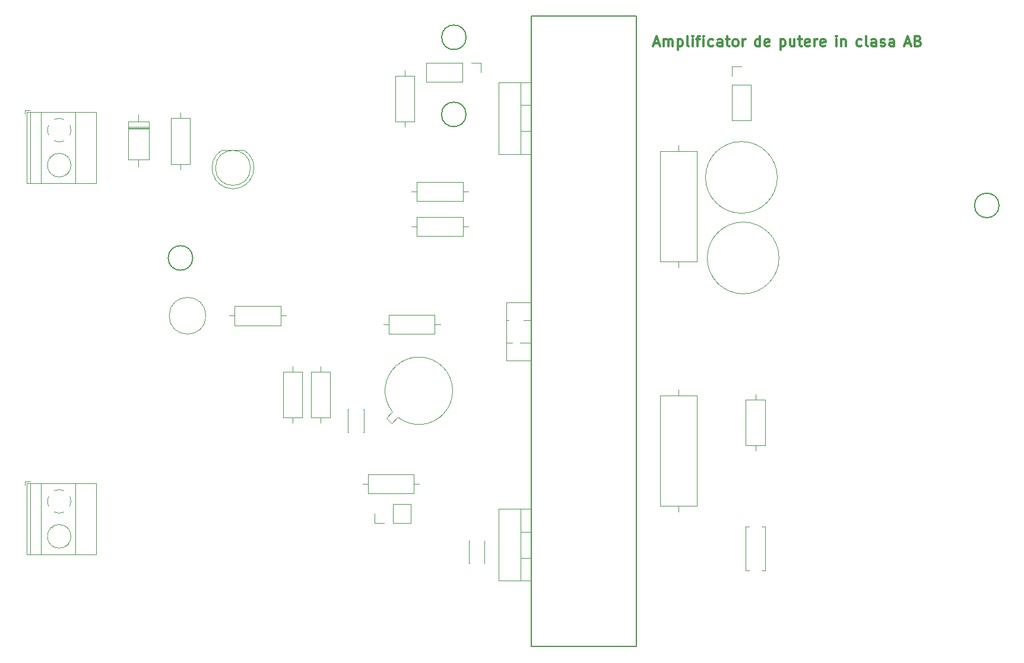
<source format=gbr>
%TF.GenerationSoftware,KiCad,Pcbnew,(7.0.0)*%
%TF.CreationDate,2023-03-04T17:30:07+02:00*%
%TF.ProjectId,amplif de putere,616d706c-6966-4206-9465-207075746572,rev?*%
%TF.SameCoordinates,Original*%
%TF.FileFunction,Legend,Top*%
%TF.FilePolarity,Positive*%
%FSLAX46Y46*%
G04 Gerber Fmt 4.6, Leading zero omitted, Abs format (unit mm)*
G04 Created by KiCad (PCBNEW (7.0.0)) date 2023-03-04 17:30:07*
%MOMM*%
%LPD*%
G01*
G04 APERTURE LIST*
%ADD10C,0.150000*%
%ADD11C,0.300000*%
%ADD12C,0.120000*%
G04 APERTURE END LIST*
D10*
X153000000Y-50000000D02*
X168000000Y-50000000D01*
X168000000Y-50000000D02*
X168000000Y-140000000D01*
X168000000Y-140000000D02*
X153000000Y-140000000D01*
X153000000Y-140000000D02*
X153000000Y-50000000D01*
D11*
X170550000Y-53872500D02*
X171264286Y-53872500D01*
X170407143Y-54301071D02*
X170907143Y-52801071D01*
X170907143Y-52801071D02*
X171407143Y-54301071D01*
X171907142Y-54301071D02*
X171907142Y-53301071D01*
X171907142Y-53443928D02*
X171978571Y-53372500D01*
X171978571Y-53372500D02*
X172121428Y-53301071D01*
X172121428Y-53301071D02*
X172335714Y-53301071D01*
X172335714Y-53301071D02*
X172478571Y-53372500D01*
X172478571Y-53372500D02*
X172550000Y-53515357D01*
X172550000Y-53515357D02*
X172550000Y-54301071D01*
X172550000Y-53515357D02*
X172621428Y-53372500D01*
X172621428Y-53372500D02*
X172764285Y-53301071D01*
X172764285Y-53301071D02*
X172978571Y-53301071D01*
X172978571Y-53301071D02*
X173121428Y-53372500D01*
X173121428Y-53372500D02*
X173192857Y-53515357D01*
X173192857Y-53515357D02*
X173192857Y-54301071D01*
X173907142Y-53301071D02*
X173907142Y-54801071D01*
X173907142Y-53372500D02*
X174050000Y-53301071D01*
X174050000Y-53301071D02*
X174335714Y-53301071D01*
X174335714Y-53301071D02*
X174478571Y-53372500D01*
X174478571Y-53372500D02*
X174550000Y-53443928D01*
X174550000Y-53443928D02*
X174621428Y-53586785D01*
X174621428Y-53586785D02*
X174621428Y-54015357D01*
X174621428Y-54015357D02*
X174550000Y-54158214D01*
X174550000Y-54158214D02*
X174478571Y-54229642D01*
X174478571Y-54229642D02*
X174335714Y-54301071D01*
X174335714Y-54301071D02*
X174050000Y-54301071D01*
X174050000Y-54301071D02*
X173907142Y-54229642D01*
X175478571Y-54301071D02*
X175335714Y-54229642D01*
X175335714Y-54229642D02*
X175264285Y-54086785D01*
X175264285Y-54086785D02*
X175264285Y-52801071D01*
X176049999Y-54301071D02*
X176049999Y-53301071D01*
X176049999Y-52801071D02*
X175978571Y-52872500D01*
X175978571Y-52872500D02*
X176049999Y-52943928D01*
X176049999Y-52943928D02*
X176121428Y-52872500D01*
X176121428Y-52872500D02*
X176049999Y-52801071D01*
X176049999Y-52801071D02*
X176049999Y-52943928D01*
X176550000Y-53301071D02*
X177121428Y-53301071D01*
X176764285Y-54301071D02*
X176764285Y-53015357D01*
X176764285Y-53015357D02*
X176835714Y-52872500D01*
X176835714Y-52872500D02*
X176978571Y-52801071D01*
X176978571Y-52801071D02*
X177121428Y-52801071D01*
X177621428Y-54301071D02*
X177621428Y-53301071D01*
X177621428Y-52801071D02*
X177550000Y-52872500D01*
X177550000Y-52872500D02*
X177621428Y-52943928D01*
X177621428Y-52943928D02*
X177692857Y-52872500D01*
X177692857Y-52872500D02*
X177621428Y-52801071D01*
X177621428Y-52801071D02*
X177621428Y-52943928D01*
X178978572Y-54229642D02*
X178835714Y-54301071D01*
X178835714Y-54301071D02*
X178550000Y-54301071D01*
X178550000Y-54301071D02*
X178407143Y-54229642D01*
X178407143Y-54229642D02*
X178335714Y-54158214D01*
X178335714Y-54158214D02*
X178264286Y-54015357D01*
X178264286Y-54015357D02*
X178264286Y-53586785D01*
X178264286Y-53586785D02*
X178335714Y-53443928D01*
X178335714Y-53443928D02*
X178407143Y-53372500D01*
X178407143Y-53372500D02*
X178550000Y-53301071D01*
X178550000Y-53301071D02*
X178835714Y-53301071D01*
X178835714Y-53301071D02*
X178978572Y-53372500D01*
X180264286Y-54301071D02*
X180264286Y-53515357D01*
X180264286Y-53515357D02*
X180192857Y-53372500D01*
X180192857Y-53372500D02*
X180050000Y-53301071D01*
X180050000Y-53301071D02*
X179764286Y-53301071D01*
X179764286Y-53301071D02*
X179621428Y-53372500D01*
X180264286Y-54229642D02*
X180121428Y-54301071D01*
X180121428Y-54301071D02*
X179764286Y-54301071D01*
X179764286Y-54301071D02*
X179621428Y-54229642D01*
X179621428Y-54229642D02*
X179550000Y-54086785D01*
X179550000Y-54086785D02*
X179550000Y-53943928D01*
X179550000Y-53943928D02*
X179621428Y-53801071D01*
X179621428Y-53801071D02*
X179764286Y-53729642D01*
X179764286Y-53729642D02*
X180121428Y-53729642D01*
X180121428Y-53729642D02*
X180264286Y-53658214D01*
X180764286Y-53301071D02*
X181335714Y-53301071D01*
X180978571Y-52801071D02*
X180978571Y-54086785D01*
X180978571Y-54086785D02*
X181050000Y-54229642D01*
X181050000Y-54229642D02*
X181192857Y-54301071D01*
X181192857Y-54301071D02*
X181335714Y-54301071D01*
X182050000Y-54301071D02*
X181907143Y-54229642D01*
X181907143Y-54229642D02*
X181835714Y-54158214D01*
X181835714Y-54158214D02*
X181764286Y-54015357D01*
X181764286Y-54015357D02*
X181764286Y-53586785D01*
X181764286Y-53586785D02*
X181835714Y-53443928D01*
X181835714Y-53443928D02*
X181907143Y-53372500D01*
X181907143Y-53372500D02*
X182050000Y-53301071D01*
X182050000Y-53301071D02*
X182264286Y-53301071D01*
X182264286Y-53301071D02*
X182407143Y-53372500D01*
X182407143Y-53372500D02*
X182478572Y-53443928D01*
X182478572Y-53443928D02*
X182550000Y-53586785D01*
X182550000Y-53586785D02*
X182550000Y-54015357D01*
X182550000Y-54015357D02*
X182478572Y-54158214D01*
X182478572Y-54158214D02*
X182407143Y-54229642D01*
X182407143Y-54229642D02*
X182264286Y-54301071D01*
X182264286Y-54301071D02*
X182050000Y-54301071D01*
X183192857Y-54301071D02*
X183192857Y-53301071D01*
X183192857Y-53586785D02*
X183264286Y-53443928D01*
X183264286Y-53443928D02*
X183335715Y-53372500D01*
X183335715Y-53372500D02*
X183478572Y-53301071D01*
X183478572Y-53301071D02*
X183621429Y-53301071D01*
X185664286Y-54301071D02*
X185664286Y-52801071D01*
X185664286Y-54229642D02*
X185521428Y-54301071D01*
X185521428Y-54301071D02*
X185235714Y-54301071D01*
X185235714Y-54301071D02*
X185092857Y-54229642D01*
X185092857Y-54229642D02*
X185021428Y-54158214D01*
X185021428Y-54158214D02*
X184950000Y-54015357D01*
X184950000Y-54015357D02*
X184950000Y-53586785D01*
X184950000Y-53586785D02*
X185021428Y-53443928D01*
X185021428Y-53443928D02*
X185092857Y-53372500D01*
X185092857Y-53372500D02*
X185235714Y-53301071D01*
X185235714Y-53301071D02*
X185521428Y-53301071D01*
X185521428Y-53301071D02*
X185664286Y-53372500D01*
X186950000Y-54229642D02*
X186807143Y-54301071D01*
X186807143Y-54301071D02*
X186521429Y-54301071D01*
X186521429Y-54301071D02*
X186378571Y-54229642D01*
X186378571Y-54229642D02*
X186307143Y-54086785D01*
X186307143Y-54086785D02*
X186307143Y-53515357D01*
X186307143Y-53515357D02*
X186378571Y-53372500D01*
X186378571Y-53372500D02*
X186521429Y-53301071D01*
X186521429Y-53301071D02*
X186807143Y-53301071D01*
X186807143Y-53301071D02*
X186950000Y-53372500D01*
X186950000Y-53372500D02*
X187021429Y-53515357D01*
X187021429Y-53515357D02*
X187021429Y-53658214D01*
X187021429Y-53658214D02*
X186307143Y-53801071D01*
X188564285Y-53301071D02*
X188564285Y-54801071D01*
X188564285Y-53372500D02*
X188707143Y-53301071D01*
X188707143Y-53301071D02*
X188992857Y-53301071D01*
X188992857Y-53301071D02*
X189135714Y-53372500D01*
X189135714Y-53372500D02*
X189207143Y-53443928D01*
X189207143Y-53443928D02*
X189278571Y-53586785D01*
X189278571Y-53586785D02*
X189278571Y-54015357D01*
X189278571Y-54015357D02*
X189207143Y-54158214D01*
X189207143Y-54158214D02*
X189135714Y-54229642D01*
X189135714Y-54229642D02*
X188992857Y-54301071D01*
X188992857Y-54301071D02*
X188707143Y-54301071D01*
X188707143Y-54301071D02*
X188564285Y-54229642D01*
X190564286Y-53301071D02*
X190564286Y-54301071D01*
X189921428Y-53301071D02*
X189921428Y-54086785D01*
X189921428Y-54086785D02*
X189992857Y-54229642D01*
X189992857Y-54229642D02*
X190135714Y-54301071D01*
X190135714Y-54301071D02*
X190350000Y-54301071D01*
X190350000Y-54301071D02*
X190492857Y-54229642D01*
X190492857Y-54229642D02*
X190564286Y-54158214D01*
X191064286Y-53301071D02*
X191635714Y-53301071D01*
X191278571Y-52801071D02*
X191278571Y-54086785D01*
X191278571Y-54086785D02*
X191350000Y-54229642D01*
X191350000Y-54229642D02*
X191492857Y-54301071D01*
X191492857Y-54301071D02*
X191635714Y-54301071D01*
X192707143Y-54229642D02*
X192564286Y-54301071D01*
X192564286Y-54301071D02*
X192278572Y-54301071D01*
X192278572Y-54301071D02*
X192135714Y-54229642D01*
X192135714Y-54229642D02*
X192064286Y-54086785D01*
X192064286Y-54086785D02*
X192064286Y-53515357D01*
X192064286Y-53515357D02*
X192135714Y-53372500D01*
X192135714Y-53372500D02*
X192278572Y-53301071D01*
X192278572Y-53301071D02*
X192564286Y-53301071D01*
X192564286Y-53301071D02*
X192707143Y-53372500D01*
X192707143Y-53372500D02*
X192778572Y-53515357D01*
X192778572Y-53515357D02*
X192778572Y-53658214D01*
X192778572Y-53658214D02*
X192064286Y-53801071D01*
X193421428Y-54301071D02*
X193421428Y-53301071D01*
X193421428Y-53586785D02*
X193492857Y-53443928D01*
X193492857Y-53443928D02*
X193564286Y-53372500D01*
X193564286Y-53372500D02*
X193707143Y-53301071D01*
X193707143Y-53301071D02*
X193850000Y-53301071D01*
X194921428Y-54229642D02*
X194778571Y-54301071D01*
X194778571Y-54301071D02*
X194492857Y-54301071D01*
X194492857Y-54301071D02*
X194349999Y-54229642D01*
X194349999Y-54229642D02*
X194278571Y-54086785D01*
X194278571Y-54086785D02*
X194278571Y-53515357D01*
X194278571Y-53515357D02*
X194349999Y-53372500D01*
X194349999Y-53372500D02*
X194492857Y-53301071D01*
X194492857Y-53301071D02*
X194778571Y-53301071D01*
X194778571Y-53301071D02*
X194921428Y-53372500D01*
X194921428Y-53372500D02*
X194992857Y-53515357D01*
X194992857Y-53515357D02*
X194992857Y-53658214D01*
X194992857Y-53658214D02*
X194278571Y-53801071D01*
X196535713Y-54301071D02*
X196535713Y-53301071D01*
X196535713Y-52801071D02*
X196464285Y-52872500D01*
X196464285Y-52872500D02*
X196535713Y-52943928D01*
X196535713Y-52943928D02*
X196607142Y-52872500D01*
X196607142Y-52872500D02*
X196535713Y-52801071D01*
X196535713Y-52801071D02*
X196535713Y-52943928D01*
X197249999Y-53301071D02*
X197249999Y-54301071D01*
X197249999Y-53443928D02*
X197321428Y-53372500D01*
X197321428Y-53372500D02*
X197464285Y-53301071D01*
X197464285Y-53301071D02*
X197678571Y-53301071D01*
X197678571Y-53301071D02*
X197821428Y-53372500D01*
X197821428Y-53372500D02*
X197892857Y-53515357D01*
X197892857Y-53515357D02*
X197892857Y-54301071D01*
X200150000Y-54229642D02*
X200007142Y-54301071D01*
X200007142Y-54301071D02*
X199721428Y-54301071D01*
X199721428Y-54301071D02*
X199578571Y-54229642D01*
X199578571Y-54229642D02*
X199507142Y-54158214D01*
X199507142Y-54158214D02*
X199435714Y-54015357D01*
X199435714Y-54015357D02*
X199435714Y-53586785D01*
X199435714Y-53586785D02*
X199507142Y-53443928D01*
X199507142Y-53443928D02*
X199578571Y-53372500D01*
X199578571Y-53372500D02*
X199721428Y-53301071D01*
X199721428Y-53301071D02*
X200007142Y-53301071D01*
X200007142Y-53301071D02*
X200150000Y-53372500D01*
X201007142Y-54301071D02*
X200864285Y-54229642D01*
X200864285Y-54229642D02*
X200792856Y-54086785D01*
X200792856Y-54086785D02*
X200792856Y-52801071D01*
X202221428Y-54301071D02*
X202221428Y-53515357D01*
X202221428Y-53515357D02*
X202149999Y-53372500D01*
X202149999Y-53372500D02*
X202007142Y-53301071D01*
X202007142Y-53301071D02*
X201721428Y-53301071D01*
X201721428Y-53301071D02*
X201578570Y-53372500D01*
X202221428Y-54229642D02*
X202078570Y-54301071D01*
X202078570Y-54301071D02*
X201721428Y-54301071D01*
X201721428Y-54301071D02*
X201578570Y-54229642D01*
X201578570Y-54229642D02*
X201507142Y-54086785D01*
X201507142Y-54086785D02*
X201507142Y-53943928D01*
X201507142Y-53943928D02*
X201578570Y-53801071D01*
X201578570Y-53801071D02*
X201721428Y-53729642D01*
X201721428Y-53729642D02*
X202078570Y-53729642D01*
X202078570Y-53729642D02*
X202221428Y-53658214D01*
X202864285Y-54229642D02*
X203007142Y-54301071D01*
X203007142Y-54301071D02*
X203292856Y-54301071D01*
X203292856Y-54301071D02*
X203435713Y-54229642D01*
X203435713Y-54229642D02*
X203507142Y-54086785D01*
X203507142Y-54086785D02*
X203507142Y-54015357D01*
X203507142Y-54015357D02*
X203435713Y-53872500D01*
X203435713Y-53872500D02*
X203292856Y-53801071D01*
X203292856Y-53801071D02*
X203078571Y-53801071D01*
X203078571Y-53801071D02*
X202935713Y-53729642D01*
X202935713Y-53729642D02*
X202864285Y-53586785D01*
X202864285Y-53586785D02*
X202864285Y-53515357D01*
X202864285Y-53515357D02*
X202935713Y-53372500D01*
X202935713Y-53372500D02*
X203078571Y-53301071D01*
X203078571Y-53301071D02*
X203292856Y-53301071D01*
X203292856Y-53301071D02*
X203435713Y-53372500D01*
X204792857Y-54301071D02*
X204792857Y-53515357D01*
X204792857Y-53515357D02*
X204721428Y-53372500D01*
X204721428Y-53372500D02*
X204578571Y-53301071D01*
X204578571Y-53301071D02*
X204292857Y-53301071D01*
X204292857Y-53301071D02*
X204149999Y-53372500D01*
X204792857Y-54229642D02*
X204649999Y-54301071D01*
X204649999Y-54301071D02*
X204292857Y-54301071D01*
X204292857Y-54301071D02*
X204149999Y-54229642D01*
X204149999Y-54229642D02*
X204078571Y-54086785D01*
X204078571Y-54086785D02*
X204078571Y-53943928D01*
X204078571Y-53943928D02*
X204149999Y-53801071D01*
X204149999Y-53801071D02*
X204292857Y-53729642D01*
X204292857Y-53729642D02*
X204649999Y-53729642D01*
X204649999Y-53729642D02*
X204792857Y-53658214D01*
X206335714Y-53872500D02*
X207050000Y-53872500D01*
X206192857Y-54301071D02*
X206692857Y-52801071D01*
X206692857Y-52801071D02*
X207192857Y-54301071D01*
X208192856Y-53515357D02*
X208407142Y-53586785D01*
X208407142Y-53586785D02*
X208478571Y-53658214D01*
X208478571Y-53658214D02*
X208549999Y-53801071D01*
X208549999Y-53801071D02*
X208549999Y-54015357D01*
X208549999Y-54015357D02*
X208478571Y-54158214D01*
X208478571Y-54158214D02*
X208407142Y-54229642D01*
X208407142Y-54229642D02*
X208264285Y-54301071D01*
X208264285Y-54301071D02*
X207692856Y-54301071D01*
X207692856Y-54301071D02*
X207692856Y-52801071D01*
X207692856Y-52801071D02*
X208192856Y-52801071D01*
X208192856Y-52801071D02*
X208335714Y-52872500D01*
X208335714Y-52872500D02*
X208407142Y-52943928D01*
X208407142Y-52943928D02*
X208478571Y-53086785D01*
X208478571Y-53086785D02*
X208478571Y-53229642D01*
X208478571Y-53229642D02*
X208407142Y-53372500D01*
X208407142Y-53372500D02*
X208335714Y-53443928D01*
X208335714Y-53443928D02*
X208192856Y-53515357D01*
X208192856Y-53515357D02*
X207692856Y-53515357D01*
D12*
%TO.C,D1*%
X112030875Y-69078925D02*
X108940875Y-69078925D01*
X108941045Y-69078925D02*
G75*
G03*
X110486337Y-74628925I1544830J-2560000D01*
G01*
X110485413Y-74628924D02*
G75*
G03*
X112030705Y-69078926I462J2989999D01*
G01*
X112985875Y-71638925D02*
G75*
G03*
X112985875Y-71638925I-2500000J0D01*
G01*
%TO.C,C3*%
X188370000Y-84500000D02*
G75*
G03*
X188370000Y-84500000I-5120000J0D01*
G01*
%TO.C,R2*%
X119000000Y-108040000D02*
X119000000Y-107270000D01*
X117630000Y-100730000D02*
X117630000Y-107270000D01*
X117630000Y-107270000D02*
X120370000Y-107270000D01*
X120370000Y-107270000D02*
X120370000Y-100730000D01*
X120370000Y-100730000D02*
X117630000Y-100730000D01*
X119000000Y-99960000D02*
X119000000Y-100730000D01*
%TO.C,R9*%
X174000000Y-120720000D02*
X174000000Y-119870000D01*
X171380000Y-104130000D02*
X171380000Y-119870000D01*
X171380000Y-119870000D02*
X176620000Y-119870000D01*
X174000000Y-103280000D02*
X174000000Y-104130000D01*
X176620000Y-104130000D02*
X171380000Y-104130000D01*
X176620000Y-119870000D02*
X176620000Y-104130000D01*
%TO.C,R8*%
X174000000Y-85880000D02*
X174000000Y-85030000D01*
X176620000Y-85030000D02*
X176620000Y-69290000D01*
X171380000Y-85030000D02*
X176620000Y-85030000D01*
X176620000Y-69290000D02*
X171380000Y-69290000D01*
X174000000Y-68440000D02*
X174000000Y-69290000D01*
X171380000Y-69290000D02*
X171380000Y-85030000D01*
%TO.C,R4*%
X140040000Y-94000000D02*
X139270000Y-94000000D01*
X132730000Y-95370000D02*
X139270000Y-95370000D01*
X139270000Y-92630000D02*
X132730000Y-92630000D01*
X139270000Y-95370000D02*
X139270000Y-92630000D01*
X132730000Y-92630000D02*
X132730000Y-95370000D01*
X131960000Y-94000000D02*
X132730000Y-94000000D01*
%TO.C,J1*%
X181670000Y-58475000D02*
X181670000Y-57145000D01*
X181670000Y-59745000D02*
X181670000Y-64885000D01*
X181670000Y-57145000D02*
X183000000Y-57145000D01*
X181670000Y-59745000D02*
X184330000Y-59745000D01*
X184330000Y-59745000D02*
X184330000Y-64885000D01*
X181670000Y-64885000D02*
X184330000Y-64885000D01*
D10*
%TO.C,TP4*%
X219750000Y-77000000D02*
G75*
G03*
X219750000Y-77000000I-1750000J0D01*
G01*
D12*
%TO.C,C1*%
X106620000Y-92750000D02*
G75*
G03*
X106620000Y-92750000I-2620000J0D01*
G01*
%TO.C,R7*%
X135000000Y-57710000D02*
X135000000Y-58480000D01*
X136370000Y-58480000D02*
X133630000Y-58480000D01*
X136370000Y-65020000D02*
X136370000Y-58480000D01*
X135000000Y-65790000D02*
X135000000Y-65020000D01*
X133630000Y-58480000D02*
X133630000Y-65020000D01*
X133630000Y-65020000D02*
X136370000Y-65020000D01*
D10*
%TO.C,TP2*%
X143750000Y-53000000D02*
G75*
G03*
X143750000Y-53000000I-1750000J0D01*
G01*
D12*
%TO.C,R1*%
X109960000Y-92750000D02*
X110730000Y-92750000D01*
X118040000Y-92750000D02*
X117270000Y-92750000D01*
X117270000Y-91380000D02*
X110730000Y-91380000D01*
X117270000Y-94120000D02*
X117270000Y-91380000D01*
X110730000Y-94120000D02*
X117270000Y-94120000D01*
X110730000Y-91380000D02*
X110730000Y-94120000D01*
%TO.C,R10*%
X103000000Y-63784485D02*
X103000000Y-64554485D01*
X101630000Y-64554485D02*
X101630000Y-71094485D01*
X103000000Y-71864485D02*
X103000000Y-71094485D01*
X104370000Y-71094485D02*
X104370000Y-64554485D01*
X101630000Y-71094485D02*
X104370000Y-71094485D01*
X104370000Y-64554485D02*
X101630000Y-64554485D01*
%TO.C,Q3*%
X151490000Y-120340000D02*
X151490000Y-130580000D01*
X153000000Y-130580000D02*
X148359000Y-130580000D01*
X153000000Y-120340000D02*
X153000000Y-130580000D01*
X153000000Y-127311000D02*
X151490000Y-127311000D01*
X148359000Y-120340000D02*
X148359000Y-130580000D01*
X153000000Y-120340000D02*
X148359000Y-120340000D01*
X153000000Y-123610000D02*
X151490000Y-123610000D01*
%TO.C,J5*%
X87996000Y-116690000D02*
X87996000Y-126810000D01*
X90956000Y-116690000D02*
X90956000Y-126810000D01*
X80795000Y-116450000D02*
X80795000Y-116950000D01*
X90956000Y-116690000D02*
X81035000Y-116690000D01*
X86764000Y-125525000D02*
X86718000Y-125478000D01*
X83095000Y-116690000D02*
X83095000Y-126810000D01*
X81535000Y-116450000D02*
X80795000Y-116450000D01*
X84672000Y-123023000D02*
X84626000Y-122976000D01*
X86970000Y-125320000D02*
X86934000Y-125285000D01*
X81595000Y-116690000D02*
X81595000Y-126810000D01*
X81035000Y-116690000D02*
X81035000Y-126810000D01*
X84456000Y-123216000D02*
X84421000Y-123181000D01*
X90956000Y-126810000D02*
X81035000Y-126810000D01*
X87229999Y-119933999D02*
G75*
G03*
X87230426Y-118566958I-1534992J684000D01*
G01*
X86378999Y-117715001D02*
G75*
G03*
X85011958Y-117714574I-684000J-1534992D01*
G01*
X85011000Y-120785000D02*
G75*
G03*
X86378042Y-120785426I684000J1535000D01*
G01*
X84015001Y-119250000D02*
G75*
G03*
X84160245Y-119933318I1679999J0D01*
G01*
X84160001Y-118566000D02*
G75*
G03*
X84014748Y-119278805I1535000J-683999D01*
G01*
X87375000Y-124250000D02*
G75*
G03*
X87375000Y-124250000I-1680000J0D01*
G01*
%TO.C,Rcmp2*%
X185000000Y-112040000D02*
X185000000Y-111270000D01*
X186370000Y-111270000D02*
X186370000Y-104730000D01*
X186370000Y-104730000D02*
X183630000Y-104730000D01*
X183630000Y-111270000D02*
X186370000Y-111270000D01*
X183630000Y-104730000D02*
X183630000Y-111270000D01*
X185000000Y-103960000D02*
X185000000Y-104730000D01*
D10*
%TO.C,TP1*%
X104750000Y-84500000D02*
G75*
G03*
X104750000Y-84500000I-1750000J0D01*
G01*
D12*
%TO.C,C2*%
X188120000Y-73000000D02*
G75*
G03*
X188120000Y-73000000I-5120000J0D01*
G01*
%TO.C,D2*%
X95530000Y-65030000D02*
X95530000Y-70470000D01*
X95530000Y-70470000D02*
X98470000Y-70470000D01*
X98470000Y-65810000D02*
X95530000Y-65810000D01*
X97000000Y-71490000D02*
X97000000Y-70470000D01*
X98470000Y-65930000D02*
X95530000Y-65930000D01*
X98470000Y-70470000D02*
X98470000Y-65030000D01*
X98470000Y-66050000D02*
X95530000Y-66050000D01*
X98470000Y-65030000D02*
X95530000Y-65030000D01*
X97000000Y-64010000D02*
X97000000Y-65030000D01*
%TO.C,R5*%
X143270000Y-81370000D02*
X143270000Y-78630000D01*
X144040000Y-80000000D02*
X143270000Y-80000000D01*
X136730000Y-81370000D02*
X143270000Y-81370000D01*
X143270000Y-78630000D02*
X136730000Y-78630000D01*
X135960000Y-80000000D02*
X136730000Y-80000000D01*
X136730000Y-78630000D02*
X136730000Y-81370000D01*
%TO.C,Ccmp2*%
X144130000Y-128120000D02*
X144195000Y-128120000D01*
X146370000Y-128120000D02*
X146370000Y-124880000D01*
X144130000Y-128120000D02*
X144130000Y-124880000D01*
X146305000Y-124880000D02*
X146370000Y-124880000D01*
X146305000Y-128120000D02*
X146370000Y-128120000D01*
X144130000Y-124880000D02*
X144195000Y-124880000D01*
%TO.C,R6*%
X143270000Y-73630000D02*
X136730000Y-73630000D01*
X136730000Y-76370000D02*
X143270000Y-76370000D01*
X144040000Y-75000000D02*
X143270000Y-75000000D01*
X135960000Y-75000000D02*
X136730000Y-75000000D01*
X143270000Y-76370000D02*
X143270000Y-73630000D01*
X136730000Y-73630000D02*
X136730000Y-76370000D01*
%TO.C,Q4*%
X153000000Y-93400000D02*
X151930000Y-93400000D01*
X153000000Y-90880000D02*
X149510000Y-90880000D01*
X153000000Y-99120000D02*
X149510000Y-99120000D01*
X149830000Y-93400000D02*
X149510000Y-93400000D01*
X150340000Y-96601000D02*
X149510000Y-96601000D01*
X153000000Y-90880000D02*
X153000000Y-99120000D01*
X149510000Y-90880000D02*
X149510000Y-99120000D01*
X153000000Y-96601000D02*
X151420000Y-96601000D01*
%TO.C,R3*%
X121630000Y-107270000D02*
X124370000Y-107270000D01*
X124370000Y-107270000D02*
X124370000Y-100730000D01*
X121630000Y-100730000D02*
X121630000Y-107270000D01*
X123000000Y-108040000D02*
X123000000Y-107270000D01*
X123000000Y-99960000D02*
X123000000Y-100730000D01*
X124370000Y-100730000D02*
X121630000Y-100730000D01*
%TO.C,J3*%
X130670000Y-122330000D02*
X130670000Y-121000000D01*
X133270000Y-122330000D02*
X135870000Y-122330000D01*
X133270000Y-122330000D02*
X133270000Y-119670000D01*
X135870000Y-122330000D02*
X135870000Y-119670000D01*
X132000000Y-122330000D02*
X130670000Y-122330000D01*
X133270000Y-119670000D02*
X135870000Y-119670000D01*
%TO.C,Ccmp3*%
X185925000Y-129120000D02*
X186370000Y-129120000D01*
X183630000Y-129120000D02*
X184075000Y-129120000D01*
X183630000Y-129120000D02*
X183630000Y-122880000D01*
X186370000Y-129120000D02*
X186370000Y-122880000D01*
X183630000Y-122880000D02*
X184075000Y-122880000D01*
X185925000Y-122880000D02*
X186370000Y-122880000D01*
%TO.C,J4*%
X84456000Y-70216000D02*
X84421000Y-70181000D01*
X90956000Y-63690000D02*
X90956000Y-73810000D01*
X81595000Y-63690000D02*
X81595000Y-73810000D01*
X83095000Y-63690000D02*
X83095000Y-73810000D01*
X80795000Y-63450000D02*
X80795000Y-63950000D01*
X90956000Y-73810000D02*
X81035000Y-73810000D01*
X84672000Y-70023000D02*
X84626000Y-69976000D01*
X90956000Y-63690000D02*
X81035000Y-63690000D01*
X86970000Y-72320000D02*
X86934000Y-72285000D01*
X81035000Y-63690000D02*
X81035000Y-73810000D01*
X86764000Y-72525000D02*
X86718000Y-72478000D01*
X81535000Y-63450000D02*
X80795000Y-63450000D01*
X87996000Y-63690000D02*
X87996000Y-73810000D01*
X85011000Y-67785000D02*
G75*
G03*
X86378042Y-67785426I684000J1535000D01*
G01*
X87229999Y-66933999D02*
G75*
G03*
X87230426Y-65566958I-1534992J684000D01*
G01*
X84015001Y-66250000D02*
G75*
G03*
X84160245Y-66933318I1679999J0D01*
G01*
X86378999Y-64715001D02*
G75*
G03*
X85011958Y-64714574I-684000J-1534992D01*
G01*
X84160001Y-65566000D02*
G75*
G03*
X84014748Y-66278805I1535000J-683999D01*
G01*
X87375000Y-71250000D02*
G75*
G03*
X87375000Y-71250000I-1680000J0D01*
G01*
%TO.C,J2*%
X138090000Y-56670000D02*
X138090000Y-59330000D01*
X143230000Y-59330000D02*
X138090000Y-59330000D01*
X143230000Y-56670000D02*
X143230000Y-59330000D01*
X145830000Y-56670000D02*
X145830000Y-58000000D01*
X144500000Y-56670000D02*
X145830000Y-56670000D01*
X143230000Y-56670000D02*
X138090000Y-56670000D01*
D10*
%TO.C,TP3*%
X143725000Y-64000000D02*
G75*
G03*
X143725000Y-64000000I-1750000J0D01*
G01*
D12*
%TO.C,Rcmp1*%
X129730000Y-118120000D02*
X136270000Y-118120000D01*
X136270000Y-115380000D02*
X129730000Y-115380000D01*
X137040000Y-116750000D02*
X136270000Y-116750000D01*
X128960000Y-116750000D02*
X129730000Y-116750000D01*
X129730000Y-115380000D02*
X129730000Y-118120000D01*
X136270000Y-118120000D02*
X136270000Y-115380000D01*
%TO.C,Ccmp1*%
X129055000Y-109370000D02*
X129120000Y-109370000D01*
X126880000Y-109370000D02*
X126945000Y-109370000D01*
X126880000Y-106130000D02*
X126945000Y-106130000D01*
X129055000Y-106130000D02*
X129120000Y-106130000D01*
X126880000Y-109370000D02*
X126880000Y-106130000D01*
X129120000Y-109370000D02*
X129120000Y-106130000D01*
%TO.C,Q1*%
X132334144Y-107348039D02*
X133111961Y-108125856D01*
X133111961Y-108125856D02*
X134002916Y-107234902D01*
X133225098Y-106457084D02*
X132334144Y-107348039D01*
X134002629Y-107234673D02*
G75*
G03*
X133225099Y-106457084I2997371J3774673D01*
G01*
%TO.C,Q2*%
X151490000Y-59420000D02*
X151490000Y-69660000D01*
X153000000Y-66391000D02*
X151490000Y-66391000D01*
X153000000Y-59420000D02*
X153000000Y-69660000D01*
X153000000Y-69660000D02*
X148359000Y-69660000D01*
X153000000Y-62690000D02*
X151490000Y-62690000D01*
X153000000Y-59420000D02*
X148359000Y-59420000D01*
X148359000Y-59420000D02*
X148359000Y-69660000D01*
%TD*%
M02*

</source>
